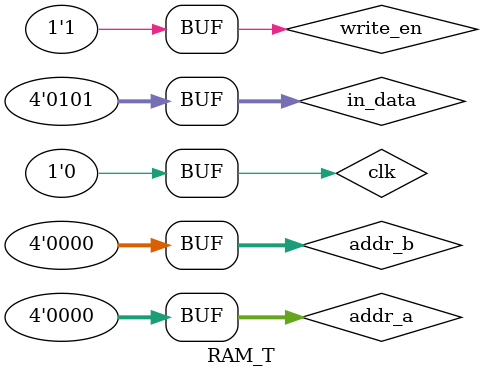
<source format=v>
`timescale 1ns / 1ps


module RAM_T;

	// Inputs
	reg clk;
	reg [3:0] addr_a;
	reg [3:0] addr_b;
	reg [3:0] in_data;
	reg write_en;

	// Outputs
	wire [15:0] data_a;
	wire [15:0] data_b;

	// Instantiate the Unit Under Test (UUT)
	RAM uut (
		.clk(clk), 
		.addr_a(addr_a), 
		.addr_b(addr_b), 
		.data_a(data_a), 
		.data_b(data_b), 
		.in_data(in_data), 
		.write_en(write_en)
	);

	initial begin
		// Initialize Inputs
		clk = 0;
		addr_a = 0;
		addr_b = 0;
		in_data = 4;
		write_en = 0;

		// Wait 100 ns for global reset to finish
		#100;
		clk = 1;
		#100;
		clk = 0;
	
		write_en = 1;
		in_data = 5; 
 
		#100;
		clk = 1;
		#100;
		clk = 0;
		
		write_en = 1;
		
		#100;
		clk = 1;
		#100;
		clk = 0;
	end
      
endmodule


</source>
